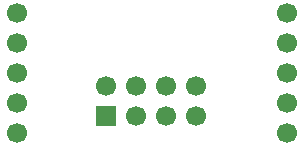
<source format=gbr>
G04 DipTrace 3.1.0.1*
G04 BottomMask.gbr*
%MOIN*%
G04 #@! TF.FileFunction,Soldermask,Bot*
G04 #@! TF.Part,Single*
%ADD22C,0.066929*%
%ADD24R,0.066929X0.066929*%
%FSLAX26Y26*%
G04*
G70*
G90*
G75*
G01*
G04 BotMask*
%LPD*%
D24*
X735827Y500787D3*
D22*
Y600787D3*
X835827Y500787D3*
Y600787D3*
X935827Y500787D3*
Y600787D3*
X1035827Y500787D3*
Y600787D3*
X1339764Y441255D3*
Y541255D3*
Y641255D3*
Y741255D3*
Y841255D3*
X439764Y441339D3*
Y541339D3*
Y641339D3*
Y741339D3*
Y841339D3*
M02*

</source>
